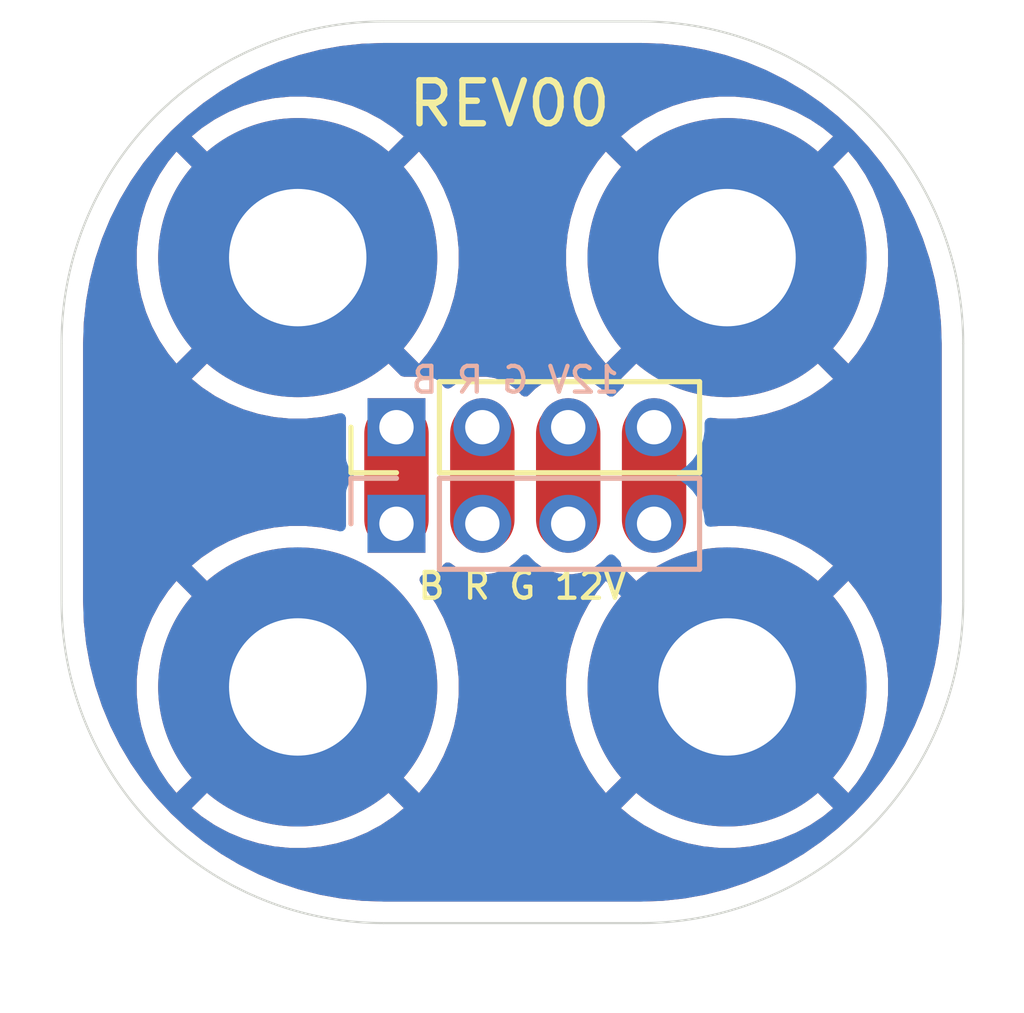
<source format=kicad_pcb>
(kicad_pcb (version 20241229) (generator "pcbnew") (generator_version "9.0")
  (title_block (title "pcb connector led tape") (rev "00"))
  (layers (0 "F.Cu" signal) (2 "B.Cu" signal) (13 "F.Paste" user) (15 "B.Paste" user) (5 "F.SilkS" user "F.Silkscreen") (7 "B.SilkS" user "B.Silkscreen") (1 "F.Mask" user) (3 "B.Mask" user) (25 "Edge.Cuts" user))
  (net 0 "")
  (net 1 "GND")
  (net 2 "Net-(J1-Pin_3)")
  (net 3 "Net-(J1-Pin_1)")
  (net 4 "Net-(J1-Pin_2)")
  (net 5 "Net-(J1-Pin_4)")
  (footprint "custom_M3_pad_library:MountingHole_3.2mm_M3_PAD_for_spacer" (layer "F.Cu") (at 74.5 34.5)
    (property "Reference" "H1" (hide yes))
    (property "Value" "MountingHole_Pad")
    (pad "1" thru_hole circle (at 0 0) (size 6.5 6.5) (drill 3.2) (layers "*.Cu" "F.Mask") (net 1 "GND"))
  )
  (footprint "custom_M3_pad_library:MountingHole_3.2mm_M3_PAD_for_spacer" (layer "F.Cu") (at 84.5 44.5)
    (property "Reference" "H3" (hide yes))
    (property "Value" "MountingHole_Pad")
    (pad "1" thru_hole circle (at 0 0) (size 6.5 6.5) (drill 3.2) (layers "*.Cu" "F.Mask") (net 1 "GND"))
  )
  (footprint "custom_M3_pad_library:MountingHole_3.2mm_M3_PAD_for_spacer" (layer "F.Cu") (at 74.5 44.5)
    (property "Reference" "H2" (hide yes))
    (property "Value" "MountingHole_Pad")
    (pad "1" thru_hole circle (at 0 0) (size 6.5 6.5) (drill 3.2) (layers "*.Cu" "F.Mask") (net 1 "GND"))
  )
  (footprint "custom_M3_pad_library:MountingHole_3.2mm_M3_PAD_for_spacer" (layer "F.Cu") (at 84.5 34.5)
    (property "Reference" "H4" (hide yes))
    (property "Value" "MountingHole_Pad")
    (pad "1" thru_hole circle (at 0 0) (size 6.5 6.5) (drill 3.2) (layers "*.Cu" "F.Mask") (net 1 "GND"))
  )
  (footprint "Connector_PinHeader_2.00mm:PinHeader_1x04_P2.00mm_Vertical" (layer "F.Cu") (at 76.8 38.45 90)
    (property "Reference" "J2" (hide yes))
    (property "Value" "Conn_01x04_Pin")
    (fp_line (start -1.06 -1.06) (end 0 -1.06) (stroke (width 0.12)) (layer "F.SilkS"))
    (fp_line (start -1.06 0) (end -1.06 -1.06) (stroke (width 0.12)) (layer "F.SilkS"))
    (fp_line (start 1.06 1) (end 1.06 7.06) (stroke (width 0.12)) (layer "F.SilkS"))
    (fp_line (start -1.06 1) (end 1.06 1) (stroke (width 0.12)) (layer "F.SilkS"))
    (fp_line (start -1.06 1) (end -1.06 7.06) (stroke (width 0.12)) (layer "F.SilkS"))
    (fp_line (start -1.06 7.06) (end 1.06 7.06) (stroke (width 0.12)) (layer "F.SilkS"))
    (pad "1" thru_hole rect (at 0 0 90) (size 1.35 1.35) (drill 0.8) (layers "*.Cu" "*.Mask") (net 3 "Net-(J1-Pin_1)"))
    (pad "2" thru_hole oval (at 0 2 90) (size 1.35 1.35) (drill 0.8) (layers "*.Cu" "*.Mask") (net 4 "Net-(J1-Pin_2)"))
    (pad "3" thru_hole oval (at 0 4 90) (size 1.35 1.35) (drill 0.8) (layers "*.Cu" "*.Mask") (net 2 "Net-(J1-Pin_3)"))
    (pad "4" thru_hole oval (at 0 6 90) (size 1.35 1.35) (drill 0.8) (layers "*.Cu" "*.Mask") (net 5 "Net-(J1-Pin_4)"))
  )
  (footprint "Connector_PinHeader_2.00mm:PinHeader_1x04_P2.00mm_Vertical" (layer "B.Cu") (at 76.8 40.7 -90)
    (property "Reference" "J1" (hide yes))
    (property "Value" "Conn_01x04_Pin")
    (fp_line (start -1.06 1.06) (end 0 1.06) (stroke (width 0.12)) (layer "B.SilkS"))
    (fp_line (start -1.06 0) (end -1.06 1.06) (stroke (width 0.12)) (layer "B.SilkS"))
    (fp_line (start -1.06 -1) (end 1.06 -1) (stroke (width 0.12)) (layer "B.SilkS"))
    (fp_line (start -1.06 -1) (end -1.06 -7.06) (stroke (width 0.12)) (layer "B.SilkS"))
    (fp_line (start 1.06 -1) (end 1.06 -7.06) (stroke (width 0.12)) (layer "B.SilkS"))
    (fp_line (start -1.06 -7.06) (end 1.06 -7.06) (stroke (width 0.12)) (layer "B.SilkS"))
    (pad "1" thru_hole rect (at 0 0 270) (size 1.35 1.35) (drill 0.8) (layers "*.Cu" "*.Mask") (net 3 "Net-(J1-Pin_1)"))
    (pad "2" thru_hole oval (at 0 -2 270) (size 1.35 1.35) (drill 0.8) (layers "*.Cu" "*.Mask") (net 4 "Net-(J1-Pin_2)"))
    (pad "3" thru_hole oval (at 0 -4 270) (size 1.35 1.35) (drill 0.8) (layers "*.Cu" "*.Mask") (net 2 "Net-(J1-Pin_3)"))
    (pad "4" thru_hole oval (at 0 -6 270) (size 1.35 1.35) (drill 0.8) (layers "*.Cu" "*.Mask") (net 5 "Net-(J1-Pin_4)"))
  )
  (gr_arc (start 69 36.5) (mid 71.196699 31.196699) (end 76.5 29) (stroke (width 0.05)) (layer "Edge.Cuts"))
  (gr_arc (start 82.5 29) (mid 87.803301 31.196699) (end 90 36.5) (stroke (width 0.05)) (layer "Edge.Cuts"))
  (gr_line (start 76.5 50) (end 82.5 50) (stroke (width 0.05)) (layer "Edge.Cuts"))
  (gr_line (start 90 42.5) (end 90 36.5) (stroke (width 0.05)) (layer "Edge.Cuts"))
  (gr_arc (start 76.5 50) (mid 71.196699 47.803301) (end 69 42.5) (stroke (width 0.05)) (layer "Edge.Cuts"))
  (gr_arc (start 90 42.5) (mid 87.803301 47.803301) (end 82.5 50) (stroke (width 0.05)) (layer "Edge.Cuts"))
  (gr_line (start 69 36.5) (end 69 42.5) (stroke (width 0.05)) (layer "Edge.Cuts"))
  (gr_line (start 82.5 29) (end 76.5 29) (stroke (width 0.05)) (layer "Edge.Cuts"))
  (gr_text "REV00" (at 77 31.5 0) (layer "F.SilkS") (effects (font (size 1 1)) (justify left bottom)))
  (gr_text "B R G 12V" (at 77.25 42.5 0) (layer "F.SilkS") (effects (font (size 0.6 0.6) (thickness 0.1)) (justify left bottom)))
  (gr_text "12V G R B" (at 82.05 37.7 0) (layer "B.SilkS") (effects (font (size 0.6 0.6) (thickness 0.1)) (justify left bottom mirror)))
  (segment (start 80.8 38.6) (end 80.8 40.6) (width 1.5) (layer "F.Cu") (net 2))
  (segment (start 76.8 38.6) (end 76.8 40.6) (width 1.5) (layer "F.Cu") (net 3))
  (segment (start 78.8 38.6) (end 78.8 40.6) (width 1.5) (layer "F.Cu") (net 4))
  (segment (start 82.8 38.6) (end 82.8 40.6) (width 1.5) (layer "F.Cu") (net 5))
  (zone (net 1) (net_name "GND") (layers "F.Cu" "B.Cu") (connect_pads (clearance 0.5)) (min_thickness 0.25) (fill yes (thermal_gap 0.5) (thermal_bridge_width 0.5))
    (polygon (pts (xy 69 28.5) (xy 69 50) (xy 90 50) (xy 90 28.5)))
  )
)
</source>
